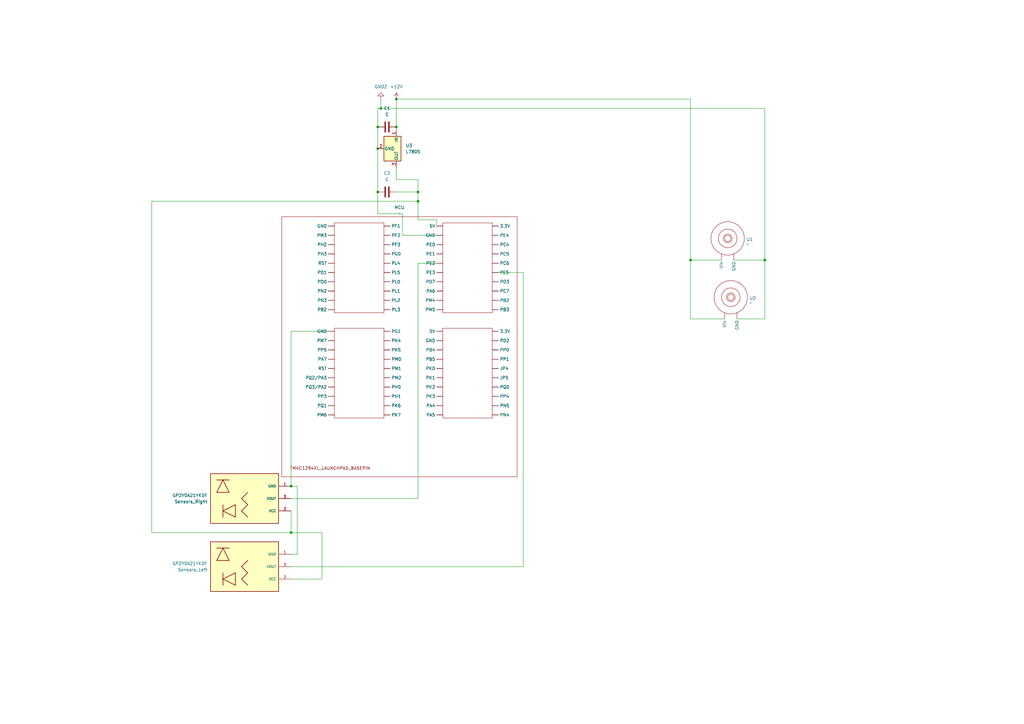
<source format=kicad_sch>
(kicad_sch (version 20250114) (generator "eeschema") (generator_version "9.0")
  (paper "A3")
  (lib_symbols
    (symbol "DCMOTOR_5-12V_F130:DCMOTOR_5-12V_F130"
      (property "Reference" "U" (at 0 0 0))
      (symbol "DCMOTOR_5-12V_F130_0_1"
        (circle (center 11.43 8.89) (radius 1.27))
        (circle (center 11.43 8.89) (radius 1.7961))
        (circle (center 11.43 8.89) (radius 3.81))
        (circle (center 11.43 8.89) (radius 6.8392))
        (polyline (pts (xy 13.97 2.54) (xy 13.97 2.54)))
      )
      (symbol "DCMOTOR_5-12V_F130_1_1"
        (pin power_in line (at 8.89 2.54 270) (length 2.54) (name "Vin") (number ""))
        (pin power_in line (at 13.97 2.54 270) (length 2.54) (name "GND") (number ""))
      )
    )
    (symbol "DCMOTOR_5-12V_F130_1"
      (property "Reference" "U" (at 0 0 0))
      (symbol "DCMOTOR_5-12V_F130_1_0_1"
        (circle (center 11.43 8.89) (radius 1.27))
        (circle (center 11.43 8.89) (radius 1.7961))
        (circle (center 11.43 8.89) (radius 3.81))
        (circle (center 11.43 8.89) (radius 6.8392))
        (polyline (pts (xy 13.97 2.54) (xy 13.97 2.54)))
      )
      (symbol "DCMOTOR_5-12V_F130_1_1_1"
        (pin power_in line (at 8.89 2.54 270) (length 2.54) (name "Vin") (number ""))
        (pin power_in line (at 13.97 2.54 270) (length 2.54) (name "GND") (number ""))
      )
    )
    (symbol "Device:C" (pin_numbers (hide yes)) (pin_names (offset 0.254))
      (property "Reference" "C" (at 0.635 2.54 0))
      (property "Value" "C" (at 0.635 -2.54 0))
      (symbol "C_0_1"
        (polyline (pts (xy -2.032 0.762) (xy 2.032 0.762)) (stroke (width 0.508)))
        (polyline (pts (xy -2.032 -0.762) (xy 2.032 -0.762)) (stroke (width 0.508)))
      )
      (symbol "C_1_1"
        (pin passive line (at 0 3.81 270) (length 2.794) (name "~") (number "1"))
        (pin passive line (at 0 -3.81 90) (length 2.794) (name "~") (number "2"))
      )
    )
    (symbol "GP2Y0A21YK0F:GP2Y0A21YK0F" (pin_names (offset 1.016))
      (property "Reference" "U" (at -12.7 0 0))
      (property "Value" "GP2Y0A21YK0F" (at -12.7 -2.54 0))
      (symbol "GP2Y0A21YK0F_0_0"
        (rectangle (start -12.7 2.54) (end 15.24 22.86) (stroke (width 0.254)) (fill (type background)))
        (polyline (pts (xy 0 20.32) (xy 2.54 17.78)) (stroke (width 0.254)))
        (polyline (pts (xy 0 15.24) (xy 2.54 12.7)) (stroke (width 0.254)))
        (polyline (pts (xy 2.54 17.78) (xy 0 15.24)) (stroke (width 0.254)))
        (polyline (pts (xy 2.54 12.7) (xy 0 10.16)) (stroke (width 0.254)))
        (polyline (pts (xy 5.08 20.32) (xy 5.08 15.24)) (stroke (width 0.254)))
        (polyline (pts (xy 5.08 15.24) (xy 10.16 17.78)) (stroke (width 0.254)))
        (polyline (pts (xy 7.62 10.16) (xy 10.16 5.08)) (stroke (width 0.254)))
        (polyline (pts (xy 7.62 5.08) (xy 12.7 5.08)) (stroke (width 0.254)))
        (polyline (pts (xy 10.16 20.32) (xy 10.16 15.24)) (stroke (width 0.254)))
        (polyline (pts (xy 10.16 17.78) (xy 5.08 20.32)) (stroke (width 0.254)))
        (polyline (pts (xy 10.16 5.08) (xy 12.7 10.16)) (stroke (width 0.254)))
        (polyline (pts (xy 12.7 10.16) (xy 7.62 10.16)) (stroke (width 0.254)))
        (pin bidirectional line (at -17.78 17.78 0) (length 5.08) (name "VCC") (number "2"))
        (pin bidirectional line (at -17.78 12.7 0) (length 5.08) (name "VOUT") (number "3"))
        (pin bidirectional line (at -17.78 7.62 0) (length 5.08) (name "GND") (number "1"))
      )
    )
    (symbol "Regulator_Linear:L7805" (pin_names (offset 0.254))
      (property "Reference" "U" (at -3.81 3.175 0))
      (property "Value" "L7805" (at 0 3.175 0))
      (symbol "L7805_0_1"
        (rectangle (start -5.08 1.905) (end 5.08 -5.08) (stroke (width 0.254)) (fill (type background)))
      )
      (symbol "L7805_1_1"
        (pin power_in line (at -7.62 0 0) (length 2.54) (name "IN") (number "1"))
        (pin power_in line (at 0 -7.62 90) (length 2.54) (name "GND") (number "2"))
        (pin power_out line (at 7.62 0 180) (length 2.54) (name "OUT") (number "3"))
      )
    )
    (symbol "TM4C1294XL_LaunchPad_Base:TM4C_LAUNCHPAD"
      (property "Reference" "U" (at 0 0 0))
      (symbol "TM4C_LAUNCHPAD_0_1"
        (rectangle (start -76.2 12.7) (end 20.32 -93.98))
        (rectangle (start -54.61 10.16) (end -34.29 -26.67))
        (rectangle (start -54.61 -33.02) (end -34.29 -69.85))
        (rectangle (start -10.16 10.16) (end 10.16 -26.67))
        (rectangle (start -10.16 -33.02) (end 10.16 -69.85))
      )
      (symbol "TM4C_LAUNCHPAD_1_1"
        (text "TM4C1294XL_LAUNCHPAD_BASEPIN" (at -56.388 -90.424 0) (effects (font (size 1.27 1.27))))
        (pin power_in line (at -54.61 8.89 180) (length 2.54) (name "GND") (number ""))
        (pin bidirectional line (at -54.61 5.08 180) (length 2.54) (name "PM3") (number ""))
        (pin bidirectional line (at -54.61 1.27 180) (length 2.54) (name "PH2") (number ""))
        (pin bidirectional line (at -54.61 -2.54 180) (length 2.54) (name "PH3") (number ""))
        (pin bidirectional line (at -54.61 -6.35 180) (length 2.54) (name "RST") (number ""))
        (pin bidirectional line (at -54.61 -10.16 180) (length 2.54) (name "PD1") (number ""))
        (pin bidirectional line (at -54.61 -13.97 180) (length 2.54) (name "PD0") (number ""))
        (pin bidirectional line (at -54.61 -17.78 180) (length 2.54) (name "PN2") (number ""))
        (pin bidirectional line (at -54.61 -21.59 180) (length 2.54) (name "PN3") (number ""))
        (pin bidirectional line (at -54.61 -25.4 180) (length 2.54) (name "PB2") (number ""))
        (pin power_in line (at -54.61 -34.29 180) (length 2.54) (name "GND") (number ""))
        (pin bidirectional line (at -54.61 -38.1 180) (length 2.54) (name "PM7") (number ""))
        (pin bidirectional line (at -54.61 -41.91 180) (length 2.54) (name "PP5") (number ""))
        (pin bidirectional line (at -54.61 -45.72 180) (length 2.54) (name "PA7") (number ""))
        (pin bidirectional line (at -54.61 -49.53 180) (length 2.54) (name "RST") (number ""))
        (pin bidirectional line (at -54.61 -53.34 180) (length 2.54) (name "PQ2/PA3") (number ""))
        (pin bidirectional line (at -54.61 -57.15 180) (length 2.54) (name "PQ3/PA2") (number ""))
        (pin bidirectional line (at -54.61 -60.96 180) (length 2.54) (name "PP3") (number ""))
        (pin bidirectional line (at -54.61 -64.77 180) (length 2.54) (name "PQ1") (number ""))
        (pin bidirectional line (at -54.61 -68.58 180) (length 2.54) (name "PM6") (number ""))
        (pin bidirectional line (at -34.29 8.89 0) (length 2.54) (name "PF1") (number ""))
        (pin bidirectional line (at -34.29 5.08 0) (length 2.54) (name "PF2") (number ""))
        (pin bidirectional line (at -34.29 1.27 0) (length 2.54) (name "PF3") (number ""))
        (pin bidirectional line (at -34.29 -2.54 0) (length 2.54) (name "PG0") (number ""))
        (pin bidirectional line (at -34.29 -6.35 0) (length 2.54) (name "PL4") (number ""))
        (pin bidirectional line (at -34.29 -10.16 0) (length 2.54) (name "PL5") (number ""))
        (pin bidirectional line (at -34.29 -13.97 0) (length 2.54) (name "PL0") (number ""))
        (pin bidirectional line (at -34.29 -17.78 0) (length 2.54) (name "PL1") (number ""))
        (pin bidirectional line (at -34.29 -21.59 0) (length 2.54) (name "PL2") (number ""))
        (pin bidirectional line (at -34.29 -25.4 0) (length 2.54) (name "PL3") (number ""))
        (pin bidirectional line (at -34.29 -34.29 0) (length 2.54) (name "PG1") (number ""))
        (pin bidirectional line (at -34.29 -38.1 0) (length 2.54) (name "PK4") (number ""))
        (pin bidirectional line (at -34.29 -41.91 0) (length 2.54) (name "PK5") (number ""))
        (pin bidirectional line (at -34.29 -45.72 0) (length 2.54) (name "PM0") (number ""))
        (pin bidirectional line (at -34.29 -49.53 0) (length 2.54) (name "PM1") (number ""))
        (pin bidirectional line (at -34.29 -53.34 0) (length 2.54) (name "PM2") (number ""))
        (pin bidirectional line (at -34.29 -57.15 0) (length 2.54) (name "PH0") (number ""))
        (pin bidirectional line (at -34.29 -60.96 0) (length 2.54) (name "PH1") (number ""))
        (pin bidirectional line (at -34.29 -64.77 0) (length 2.54) (name "PK6") (number ""))
        (pin bidirectional line (at -34.29 -68.58 0) (length 2.54) (name "PK7") (number ""))
        (pin power_in line (at -10.16 8.89 180) (length 2.54) (name "5V") (number ""))
        (pin power_in line (at -10.16 5.08 180) (length 2.54) (name "GND") (number ""))
        (pin bidirectional line (at -10.16 1.27 180) (length 2.54) (name "PE0") (number ""))
        (pin bidirectional line (at -10.16 -2.54 180) (length 2.54) (name "PE1") (number ""))
        (pin bidirectional line (at -10.16 -6.35 180) (length 2.54) (name "PE2") (number ""))
        (pin bidirectional line (at -10.16 -10.16 180) (length 2.54) (name "PE3") (number ""))
        (pin bidirectional line (at -10.16 -13.97 180) (length 2.54) (name "PD7") (number ""))
        (pin bidirectional line (at -10.16 -17.78 180) (length 2.54) (name "PA6") (number ""))
        (pin bidirectional line (at -10.16 -21.59 180) (length 2.54) (name "PM4") (number ""))
        (pin bidirectional line (at -10.16 -25.4 180) (length 2.54) (name "PM5") (number ""))
        (pin power_in line (at -10.16 -34.29 180) (length 2.54) (name "5V") (number ""))
        (pin power_in line (at -10.16 -38.1 180) (length 2.54) (name "GND") (number ""))
        (pin bidirectional line (at -10.16 -41.91 180) (length 2.54) (name "PB4") (number ""))
        (pin bidirectional line (at -10.16 -45.72 180) (length 2.54) (name "PB5") (number ""))
        (pin bidirectional line (at -10.16 -49.53 180) (length 2.54) (name "PK0") (number ""))
        (pin bidirectional line (at -10.16 -53.34 180) (length 2.54) (name "PK1") (number ""))
        (pin bidirectional line (at -10.16 -57.15 180) (length 2.54) (name "PK2") (number ""))
        (pin bidirectional line (at -10.16 -60.96 180) (length 2.54) (name "PK3") (number ""))
        (pin bidirectional line (at -10.16 -64.77 180) (length 2.54) (name "PA4") (number ""))
        (pin bidirectional line (at -10.16 -68.58 180) (length 2.54) (name "PA5") (number ""))
        (pin power_in line (at 10.16 8.89 0) (length 2.54) (name "3.3V") (number ""))
        (pin bidirectional line (at 10.16 5.08 0) (length 2.54) (name "PE4") (number ""))
        (pin bidirectional line (at 10.16 1.27 0) (length 2.54) (name "PC4") (number ""))
        (pin bidirectional line (at 10.16 -2.54 0) (length 2.54) (name "PC5") (number ""))
        (pin bidirectional line (at 10.16 -6.35 0) (length 2.54) (name "PC6") (number ""))
        (pin bidirectional line (at 10.16 -10.16 0) (length 2.54) (name "PE5") (number ""))
        (pin bidirectional line (at 10.16 -13.97 0) (length 2.54) (name "PD3") (number ""))
        (pin bidirectional line (at 10.16 -17.78 0) (length 2.54) (name "PC7") (number ""))
        (pin bidirectional line (at 10.16 -21.59 0) (length 2.54) (name "PB2") (number ""))
        (pin bidirectional line (at 10.16 -25.4 0) (length 2.54) (name "PB3") (number ""))
        (pin power_in line (at 10.16 -34.29 0) (length 2.54) (name "3.3V") (number ""))
        (pin bidirectional line (at 10.16 -38.1 0) (length 2.54) (name "PD2") (number ""))
        (pin bidirectional line (at 10.16 -41.91 0) (length 2.54) (name "PP0") (number ""))
        (pin bidirectional line (at 10.16 -45.72 0) (length 2.54) (name "PP1") (number ""))
        (pin bidirectional line (at 10.16 -49.53 0) (length 2.54) (name "JP4") (number ""))
        (pin bidirectional line (at 10.16 -53.34 0) (length 2.54) (name "JP5") (number ""))
        (pin bidirectional line (at 10.16 -57.15 0) (length 2.54) (name "PQ0") (number ""))
        (pin bidirectional line (at 10.16 -60.96 0) (length 2.54) (name "PP4") (number ""))
        (pin bidirectional line (at 10.16 -64.77 0) (length 2.54) (name "PN5") (number ""))
        (pin bidirectional line (at 10.16 -68.58 0) (length 2.54) (name "PN4") (number ""))
      )
    )
    (symbol "power:+12V" (power) (pin_numbers (hide yes)) (pin_names (offset 0) (hide yes))
      (property "Value" "+12V" (at 0 3.556 0))
      (symbol "+12V_0_1"
        (polyline (pts (xy -0.762 1.27) (xy 0 2.54)))
        (polyline (pts (xy 0 2.54) (xy 0.762 1.27)))
        (polyline (pts (xy 0 0) (xy 0 2.54)))
      )
      (symbol "+12V_1_1"
        (pin power_in line (at 0 0 90) (length 0) (name "~") (number "1"))
      )
    )
    (symbol "power:GND2" (power) (pin_numbers (hide yes)) (pin_names (offset 0) (hide yes))
      (property "Value" "GND2" (at 0 -3.81 0))
      (symbol "GND2_0_1"
        (polyline (pts (xy 0 0) (xy 0 -1.27) (xy 1.27 -1.27) (xy 0 -2.54) (xy -1.27 -1.27) (xy 0 -1.27)))
      )
      (symbol "GND2_1_1"
        (pin power_in line (at 0 0 270) (length 0) (name "~") (number "1"))
      )
    )
  )
  (junction (at 119.38 218.44))
  (junction (at 119.38 199.39))
  (junction (at 171.45 82.55))
  (junction (at 154.94 60.96))
  (junction (at 162.56 40.64))
  (junction (at 154.94 52.07))
  (junction (at 154.94 78.74))
  (junction (at 171.45 78.74))
  (junction (at 162.56 52.07))
  (junction (at 283.21 106.68))
  (junction (at 313.69 106.68))
  (junction (at 156.21 44.45))
  (wire (pts (xy 154.94 44.45) (xy 156.21 44.45)))
  (wire (pts (xy 165.1 96.52) (xy 165.1 87.63)))
  (wire (pts (xy 171.45 90.17) (xy 179.07 90.17)))
  (wire (pts (xy 162.56 78.74) (xy 171.45 78.74)))
  (wire (pts (xy 62.23 82.55) (xy 171.45 82.55)))
  (wire (pts (xy 132.08 237.49) (xy 132.08 218.44)))
  (wire (pts (xy 119.38 209.55) (xy 119.38 218.44)))
  (wire (pts (xy 171.45 78.74) (xy 171.45 82.55)))
  (wire (pts (xy 154.94 52.07) (xy 154.94 60.96)))
  (wire (pts (xy 119.38 135.89) (xy 119.38 199.39)))
  (wire (pts (xy 283.21 106.68) (xy 283.21 130.81)))
  (wire (pts (xy 119.38 237.49) (xy 132.08 237.49)))
  (wire (pts (xy 119.38 204.47) (xy 171.45 204.47)))
  (wire (pts (xy 119.38 135.89) (xy 134.62 135.89)))
  (wire (pts (xy 181.61 96.52) (xy 165.1 96.52)))
  (wire (pts (xy 156.21 44.45) (xy 313.69 44.45)))
  (wire (pts (xy 119.38 232.41) (xy 214.63 232.41)))
  (wire (pts (xy 162.56 73.66) (xy 171.45 73.66)))
  (wire (pts (xy 179.07 90.17) (xy 179.07 92.71)))
  (wire (pts (xy 162.56 52.07) (xy 162.56 53.34)))
  (wire (pts (xy 154.94 60.96) (xy 154.94 78.74)))
  (wire (pts (xy 119.38 227.33) (xy 121.92 227.33)))
  (wire (pts (xy 154.94 87.63) (xy 154.94 78.74)))
  (wire (pts (xy 283.21 130.81) (xy 297.18 130.81)))
  (wire (pts (xy 313.69 44.45) (xy 313.69 106.68)))
  (wire (pts (xy 121.92 199.39) (xy 119.38 199.39)))
  (wire (pts (xy 214.63 232.41) (xy 214.63 111.76)))
  (wire (pts (xy 171.45 204.47) (xy 171.45 107.95)))
  (wire (pts (xy 302.26 130.81) (xy 313.69 130.81)))
  (wire (pts (xy 62.23 218.44) (xy 62.23 82.55)))
  (wire (pts (xy 204.47 111.76) (xy 214.63 111.76)))
  (wire (pts (xy 121.92 227.33) (xy 121.92 199.39)))
  (wire (pts (xy 162.56 68.58) (xy 162.56 73.66)))
  (wire (pts (xy 283.21 106.68) (xy 295.91 106.68)))
  (wire (pts (xy 162.56 40.64) (xy 162.56 52.07)))
  (wire (pts (xy 154.94 52.07) (xy 154.94 44.45)))
  (wire (pts (xy 300.99 106.68) (xy 313.69 106.68)))
  (wire (pts (xy 171.45 82.55) (xy 171.45 90.17)))
  (wire (pts (xy 162.56 40.64) (xy 283.21 40.64)))
  (wire (pts (xy 132.08 218.44) (xy 119.38 218.44)))
  (wire (pts (xy 171.45 107.95) (xy 179.07 107.95)))
  (wire (pts (xy 283.21 40.64) (xy 283.21 106.68)))
  (wire (pts (xy 313.69 106.68) (xy 313.69 130.81)))
  (wire (pts (xy 165.1 87.63) (xy 154.94 87.63)))
  (wire (pts (xy 156.21 40.64) (xy 156.21 44.45)))
  (wire (pts (xy 119.38 218.44) (xy 62.23 218.44)))
  (wire (pts (xy 171.45 73.66) (xy 171.45 78.74)))
  (symbol (lib_id "GP2Y0A21YK0F:GP2Y0A21YK0F") (at 101.6 219.71 180) (unit 1)
    (property "Reference" "Sensors_Left" (at 85.09 233.6801 0) (effects (justify left)))
    (property "Value" "GP2Y0A21YK0F" (at 85.09 231.1401 0) (effects (justify left)))
    (property "Footprint" "GP2Y0A21YK0F:22-23-2031" (effects (hide yes)))
    (property "MF" "SHARP/Socle Technology" (effects (hide yes)))
    (property "Description_1" "Optical Sensor 10 ~ 80cm Analog Output" (effects (hide yes)))
    (property "Package" "HVQFN-32 Sharp Microelectronics" (effects (hide yes)))
    (property "Price" "None" (effects (hide yes)))
    (property "SnapEDA_Link" "https://www.snapeda.com/parts/GP2Y0A21YK0F/SHARP%252FSocle+Technology/view-part/?ref=snap" (effects (hide yes)))
    (property "MP" "GP2Y0A21YK0F" (effects (hide yes)))
    (property "Availability" "In Stock" (effects (hide yes)))
    (property "Check_prices" "https://www.snapeda.com/parts/GP2Y0A21YK0F/SHARP%252FSocle+Technology/view-part/?ref=eda" (effects (hide yes)))
  )
  (symbol (lib_name "DCMOTOR_5-12V_F130_1") (lib_id "DCMOTOR_5-12V_F130:DCMOTOR_5-12V_F130") (at 288.29 130.81 0) (unit 1)
    (property "Reference" "U2" (at 307.34 122.3103 0) (effects (justify left)))
    (property "Value" "~" (at 307.34 124.2154 0) (effects (justify left)))
  )
  (symbol (lib_id "Device:C") (at 158.75 52.07 90) (unit 1)
    (property "Reference" "C1" (at 158.75 44.45 90))
    (property "Value" "C" (at 158.75 46.99 90))
    (property "Description" "Unpolarized capacitor" (effects (hide yes)))
  )
  (symbol (lib_id "TM4C1294XL_LaunchPad_Base:TM4C_LAUNCHPAD") (at 191.77 101.6 0) (unit 1)
    (property "Reference" "MCU" (at 163.83 85.09 0))
    (property "Value" "~" (at 163.83 87.63 0))
  )
  (symbol (lib_id "power:+12V") (at 162.56 40.64 0) (unit 1)
    (property "Reference" "#PWR01" (effects (hide yes)))
    (property "Value" "+12V" (at 162.56 35.56 0))
    (property "Description" "Power symbol creates a global label with name \"+12V\"" (effects (hide yes)))
  )
  (symbol (lib_id "DCMOTOR_5-12V_F130:DCMOTOR_5-12V_F130") (at 287.02 106.68 0) (unit 1)
    (property "Reference" "U1" (at 306.07 98.1803 0) (effects (justify left)))
    (property "Value" "~" (at 306.07 100.0854 0) (effects (justify left)))
  )
  (symbol (lib_id "Device:C") (at 158.75 78.74 90) (unit 1)
    (property "Reference" "C2" (at 158.75 71.12 90))
    (property "Value" "C" (at 158.75 73.66 90))
    (property "Description" "Unpolarized capacitor" (effects (hide yes)))
  )
  (symbol (lib_id "Regulator_Linear:L7805") (at 162.56 60.96 270) (unit 1)
    (property "Reference" "U3" (at 166.37 59.6899 90) (effects (justify left)))
    (property "Value" "L7805" (at 166.37 62.2299 90) (effects (justify left)))
    (property "Datasheet" "http://www.st.com/content/ccc/resource/technical/document/datasheet/41/4f/b3/b0/12/d4/47/88/CD00000444.pdf/files/CD00000444.pdf/jcr:content/translations/en.CD00000444.pdf" (effects (hide yes)))
    (property "Description" "Positive 1.5A 35V Linear Regulator, Fixed Output 5V, TO-220/TO-263/TO-252" (effects (hide yes)))
  )
  (symbol (lib_id "power:GND2") (at 156.21 40.64 180) (unit 1)
    (property "Reference" "#PWR02" (effects (hide yes)))
    (property "Value" "GND2" (at 156.21 35.56 0))
    (property "Description" "Power symbol creates a global label with name \"GND2\" , ground" (effects (hide yes)))
  )
  (symbol (lib_id "GP2Y0A21YK0F:GP2Y0A21YK0F") (at 101.6 191.77 180) (unit 1)
    (property "Reference" "Sensors_Right" (at 85.09 205.7401 0) (effects (justify left)))
    (property "Value" "GP2Y0A21YK0F" (at 85.09 203.2001 0) (effects (justify left)))
    (property "Footprint" "GP2Y0A21YK0F:22-23-2031" (effects (hide yes)))
    (property "MF" "SHARP/Socle Technology" (effects (hide yes)))
    (property "Description_1" "Optical Sensor 10 ~ 80cm Analog Output" (effects (hide yes)))
    (property "Package" "HVQFN-32 Sharp Microelectronics" (effects (hide yes)))
    (property "Price" "None" (effects (hide yes)))
    (property "SnapEDA_Link" "https://www.snapeda.com/parts/GP2Y0A21YK0F/SHARP%252FSocle+Technology/view-part/?ref=snap" (effects (hide yes)))
    (property "MP" "GP2Y0A21YK0F" (effects (hide yes)))
    (property "Availability" "In Stock" (effects (hide yes)))
    (property "Check_prices" "https://www.snapeda.com/parts/GP2Y0A21YK0F/SHARP%252FSocle+Technology/view-part/?ref=eda" (effects (hide yes)))
  )
)
</source>
